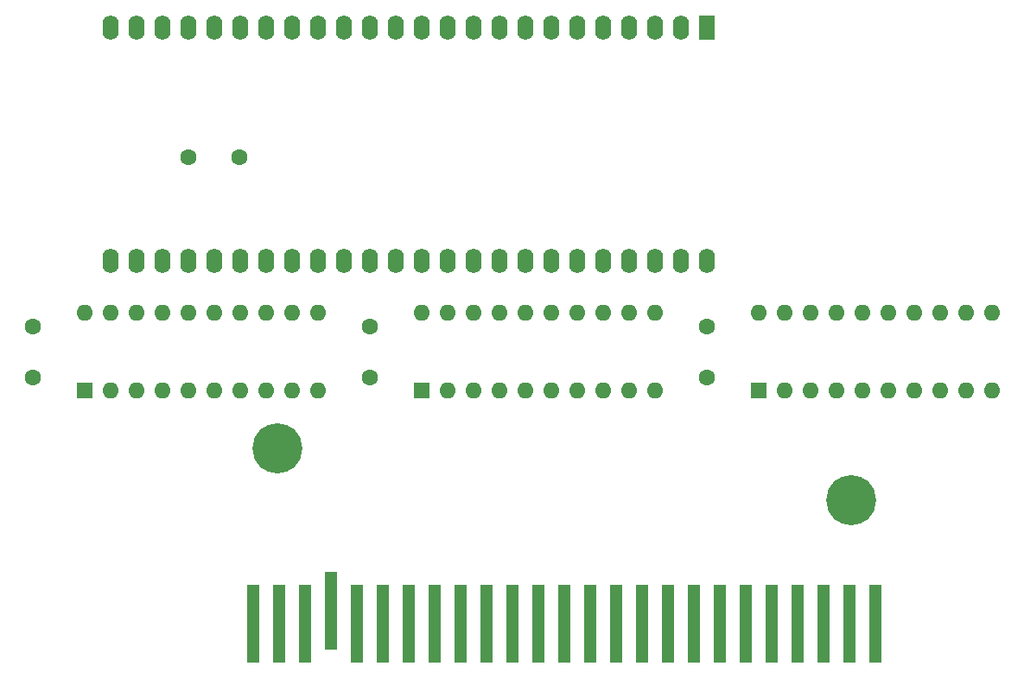
<source format=gts>
G04 #@! TF.GenerationSoftware,KiCad,Pcbnew,(6.0.9)*
G04 #@! TF.CreationDate,2023-03-03T19:19:16+01:00*
G04 #@! TF.ProjectId,02_Cartucho_MSX_Tang_Nano_9k_TMS9918,30325f43-6172-4747-9563-686f5f4d5358,rev?*
G04 #@! TF.SameCoordinates,Original*
G04 #@! TF.FileFunction,Soldermask,Top*
G04 #@! TF.FilePolarity,Negative*
%FSLAX46Y46*%
G04 Gerber Fmt 4.6, Leading zero omitted, Abs format (unit mm)*
G04 Created by KiCad (PCBNEW (6.0.9)) date 2023-03-03 19:19:16*
%MOMM*%
%LPD*%
G01*
G04 APERTURE LIST*
%ADD10C,1.600000*%
%ADD11R,1.600000X1.600000*%
%ADD12O,1.600000X1.600000*%
%ADD13C,4.900000*%
%ADD14R,1.270000X7.620000*%
%ADD15R,1.600000X2.400000*%
%ADD16O,1.600000X2.400000*%
G04 APERTURE END LIST*
D10*
X79970000Y-93980000D03*
X74970000Y-93980000D03*
X125730000Y-115530000D03*
X125730000Y-110530000D03*
X92710000Y-115570000D03*
X92710000Y-110570000D03*
X59690000Y-115570000D03*
X59690000Y-110570000D03*
D11*
X64770000Y-116840000D03*
D12*
X67310000Y-116840000D03*
X69850000Y-116840000D03*
X72390000Y-116840000D03*
X74930000Y-116840000D03*
X77470000Y-116840000D03*
X80010000Y-116840000D03*
X82550000Y-116840000D03*
X85090000Y-116840000D03*
X87630000Y-116840000D03*
X87630000Y-109220000D03*
X85090000Y-109220000D03*
X82550000Y-109220000D03*
X80010000Y-109220000D03*
X77470000Y-109220000D03*
X74930000Y-109220000D03*
X72390000Y-109220000D03*
X69850000Y-109220000D03*
X67310000Y-109220000D03*
X64770000Y-109220000D03*
D13*
X83660000Y-122465000D03*
X139860000Y-127565000D03*
D14*
X142240000Y-139700000D03*
X139700000Y-139700000D03*
X137160000Y-139700000D03*
X134620000Y-139700000D03*
X132080000Y-139700000D03*
X129540000Y-139700000D03*
X127000000Y-139700000D03*
X124460000Y-139700000D03*
X121920000Y-139700000D03*
X119380000Y-139700000D03*
X116840000Y-139700000D03*
X114300000Y-139700000D03*
X111760000Y-139700000D03*
X109220000Y-139700000D03*
X106680000Y-139700000D03*
X104140000Y-139700000D03*
X101600000Y-139700000D03*
X99060000Y-139700000D03*
X96520000Y-139700000D03*
X93980000Y-139700000D03*
X91440000Y-139700000D03*
X88900000Y-138430000D03*
X86360000Y-139700000D03*
X83820000Y-139700000D03*
X81280000Y-139700000D03*
D15*
X125730000Y-81280000D03*
D16*
X123190000Y-81280000D03*
X120650000Y-81280000D03*
X118110000Y-81280000D03*
X115570000Y-81280000D03*
X113030000Y-81280000D03*
X110490000Y-81280000D03*
X107950000Y-81280000D03*
X105410000Y-81280000D03*
X102870000Y-81280000D03*
X100330000Y-81280000D03*
X97790000Y-81280000D03*
X95250000Y-81280000D03*
X92710000Y-81280000D03*
X90170000Y-81280000D03*
X87630000Y-81280000D03*
X85090000Y-81280000D03*
X82550000Y-81280000D03*
X80010000Y-81280000D03*
X77470000Y-81280000D03*
X74930000Y-81280000D03*
X72390000Y-81280000D03*
X69850000Y-81280000D03*
X67310000Y-81280000D03*
X67310000Y-104140000D03*
X69850000Y-104140000D03*
X72390000Y-104140000D03*
X74930000Y-104140000D03*
X77470000Y-104140000D03*
X80010000Y-104140000D03*
X82550000Y-104140000D03*
X85090000Y-104140000D03*
X87630000Y-104140000D03*
X90170000Y-104140000D03*
X92710000Y-104140000D03*
X95250000Y-104140000D03*
X97790000Y-104140000D03*
X100330000Y-104140000D03*
X102870000Y-104140000D03*
X105410000Y-104140000D03*
X107950000Y-104140000D03*
X110490000Y-104140000D03*
X113030000Y-104140000D03*
X115570000Y-104140000D03*
X118110000Y-104140000D03*
X120650000Y-104140000D03*
X123190000Y-104140000D03*
X125730000Y-104140000D03*
D11*
X130810000Y-116840000D03*
D12*
X133350000Y-116840000D03*
X135890000Y-116840000D03*
X138430000Y-116840000D03*
X140970000Y-116840000D03*
X143510000Y-116840000D03*
X146050000Y-116840000D03*
X148590000Y-116840000D03*
X151130000Y-116840000D03*
X153670000Y-116840000D03*
X153670000Y-109220000D03*
X151130000Y-109220000D03*
X148590000Y-109220000D03*
X146050000Y-109220000D03*
X143510000Y-109220000D03*
X140970000Y-109220000D03*
X138430000Y-109220000D03*
X135890000Y-109220000D03*
X133350000Y-109220000D03*
X130810000Y-109220000D03*
D11*
X97790000Y-116840000D03*
D12*
X100330000Y-116840000D03*
X102870000Y-116840000D03*
X105410000Y-116840000D03*
X107950000Y-116840000D03*
X110490000Y-116840000D03*
X113030000Y-116840000D03*
X115570000Y-116840000D03*
X118110000Y-116840000D03*
X120650000Y-116840000D03*
X120650000Y-109220000D03*
X118110000Y-109220000D03*
X115570000Y-109220000D03*
X113030000Y-109220000D03*
X110490000Y-109220000D03*
X107950000Y-109220000D03*
X105410000Y-109220000D03*
X102870000Y-109220000D03*
X100330000Y-109220000D03*
X97790000Y-109220000D03*
M02*

</source>
